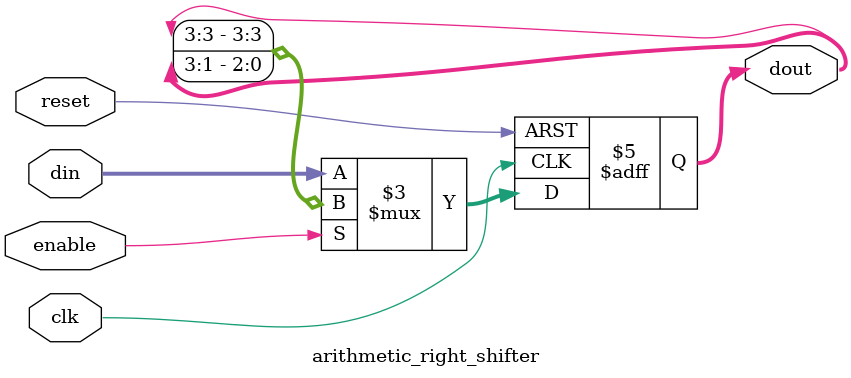
<source format=v>
module arithmetic_right_shifter (
    input clk,
    input reset,
    input [3:0] din,
    input enable,
    output reg [3:0] dout
);

    always @(posedge clk or posedge reset) begin
        if (reset)
            dout <= 4'b0000;
        else if (enable)
            dout <= {dout[3], dout[3:1]};  // Arithmetic shift: replicate MSB
        else
            dout <= din;
    end

endmodule


</source>
